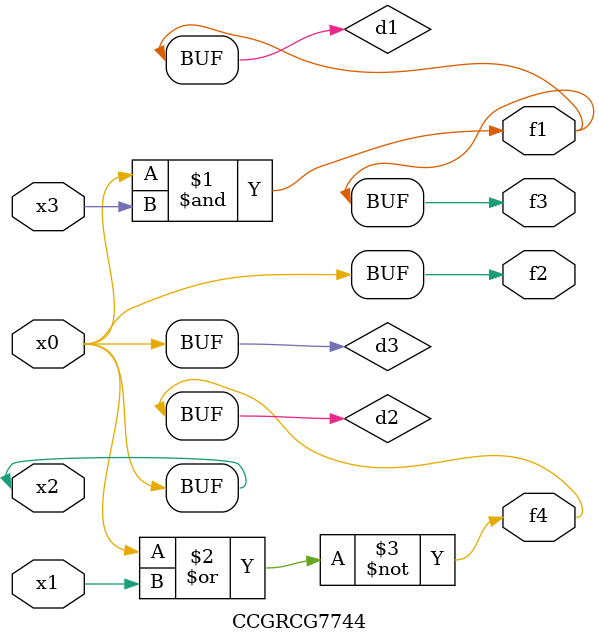
<source format=v>
module CCGRCG7744(
	input x0, x1, x2, x3,
	output f1, f2, f3, f4
);

	wire d1, d2, d3;

	and (d1, x2, x3);
	nor (d2, x0, x1);
	buf (d3, x0, x2);
	assign f1 = d1;
	assign f2 = d3;
	assign f3 = d1;
	assign f4 = d2;
endmodule

</source>
